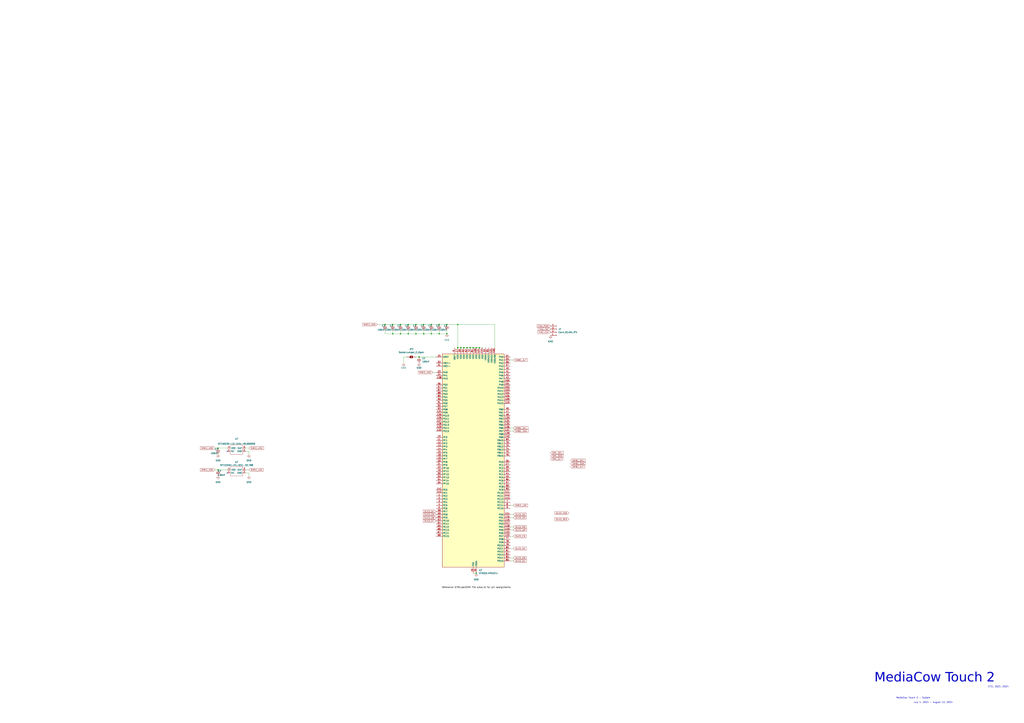
<source format=kicad_sch>
(kicad_sch (version 20231120) (generator "eeschema") (generator_version "8.0")
  (paper "A1")
  (lib_symbols
    (symbol "Connector:Conn_01x04_Pin" (pin_names (offset 1.016) hide)
      (property "Reference" "J" (at 0 5.08 0))
      (property "Value" "Conn_01x04_Pin" (at 0 -7.62 0))
      (symbol "Conn_01x04_Pin_1_1"
        (polyline (pts (xy 1.27 -5.08) (xy 0.8636 -5.08)) (stroke (width 0.1524)))
        (polyline (pts (xy 1.27 -2.54) (xy 0.8636 -2.54)) (stroke (width 0.1524)))
        (polyline (pts (xy 1.27 0) (xy 0.8636 0)) (stroke (width 0.1524)))
        (polyline (pts (xy 1.27 2.54) (xy 0.8636 2.54)) (stroke (width 0.1524)))
        (rectangle (start 0.8636 -4.953) (end 0 -5.207) (stroke (width 0.1524)) (fill (type outline)))
        (rectangle (start 0.8636 -2.413) (end 0 -2.667) (stroke (width 0.1524)) (fill (type outline)))
        (rectangle (start 0.8636 0.127) (end 0 -0.127) (stroke (width 0.1524)) (fill (type outline)))
        (rectangle (start 0.8636 2.667) (end 0 2.413) (stroke (width 0.1524)) (fill (type outline)))
        (pin passive line (at 5.08 2.54 180) (length 3.81) (name "Pin_1") (number "1"))
        (pin passive line (at 5.08 0 180) (length 3.81) (name "Pin_2") (number "2"))
        (pin passive line (at 5.08 -2.54 180) (length 3.81) (name "Pin_3") (number "3"))
        (pin passive line (at 5.08 -5.08 180) (length 3.81) (name "Pin_4") (number "4"))
      )
    )
    (symbol "Device:C_Small" (pin_numbers hide) (pin_names (offset 0.254) hide)
      (property "Reference" "C" (at 0.254 1.778 0))
      (property "Value" "C_Small" (at 0.254 -2.032 0))
      (symbol "C_Small_0_1"
        (polyline (pts (xy -1.524 -0.508) (xy 1.524 -0.508)) (stroke (width 0.3302)))
        (polyline (pts (xy -1.524 0.508) (xy 1.524 0.508)) (stroke (width 0.3048)))
      )
      (symbol "C_Small_1_1"
        (pin passive line (at 0 2.54 270) (length 2.032) (name "~") (number "1"))
        (pin passive line (at 0 -2.54 90) (length 2.032) (name "~") (number "2"))
      )
    )
    (symbol "Jumper:SolderJumper_2_Open" (pin_numbers hide) (pin_names (offset 0) hide) (exclude_from_sim yes) (in_bom no)
      (property "Reference" "JP" (at 0 2.032 0))
      (property "Value" "SolderJumper_2_Open" (at 0 -2.54 0))
      (symbol "SolderJumper_2_Open_0_1"
        (arc (start -0.254 1.016) (mid -1.2656 0) (end -0.254 -1.016))
        (arc (start -0.254 1.016) (mid -1.2656 0) (end -0.254 -1.016) (fill (type outline)))
        (polyline (pts (xy -0.254 1.016) (xy -0.254 -1.016)))
        (polyline (pts (xy 0.254 1.016) (xy 0.254 -1.016)))
        (arc (start 0.254 -1.016) (mid 1.2656 0) (end 0.254 1.016))
        (arc (start 0.254 -1.016) (mid 1.2656 0) (end 0.254 1.016) (fill (type outline)))
      )
      (symbol "SolderJumper_2_Open_1_1"
        (pin passive line (at -3.81 0 0) (length 2.54) (name "A") (number "1"))
        (pin passive line (at 3.81 0 180) (length 2.54) (name "B") (number "2"))
      )
    )
    (symbol "MCU_ST_STM32L4:STM32L4P5ZGTx"
      (property "Reference" "U" (at -25.4 90.17 0))
      (property "Value" "STM32L4P5ZGTx" (at 20.32 90.17 0))
      (symbol "STM32L4P5ZGTx_0_1"
        (rectangle (start -25.4 -86.36) (end 25.4 88.9) (stroke (width 0.254)) (fill (type background)))
      )
      (symbol "STM32L4P5ZGTx_1_1"
        (pin bidirectional line (at -30.48 -27.94 0) (length 5.08) (name "PE2") (number "1"))
        (pin bidirectional line (at -30.48 20.32 0) (length 5.08) (name "PF0") (number "10"))
        (pin bidirectional line (at 30.48 66.04 180) (length 5.08) (name "PA8") (number "100"))
        (pin bidirectional line (at 30.48 63.5 180) (length 5.08) (name "PA9") (number "101"))
        (pin bidirectional line (at 30.48 60.96 180) (length 5.08) (name "PA10") (number "102"))
        (pin bidirectional line (at 30.48 58.42 180) (length 5.08) (name "PA11") (number "103"))
        (pin bidirectional line (at 30.48 55.88 180) (length 5.08) (name "PA12") (number "104"))
        (pin bidirectional line (at 30.48 53.34 180) (length 5.08) (name "PA13") (number "105"))
        (pin power_in line (at 17.78 93.98 270) (length 5.08) (name "VDDUSB") (number "106"))
        (pin passive line (at 0 -91.44 90) (length 5.08) hide (name "VSS") (number "107"))
        (pin power_in line (at 2.54 93.98 270) (length 5.08) (name "VDD") (number "108"))
        (pin bidirectional line (at 30.48 50.8 180) (length 5.08) (name "PA14") (number "109"))
        (pin bidirectional line (at -30.48 17.78 0) (length 5.08) (name "PF1") (number "11"))
        (pin bidirectional line (at 30.48 48.26 180) (length 5.08) (name "PA15") (number "110"))
        (pin bidirectional line (at 30.48 -25.4 180) (length 5.08) (name "PC10") (number "111"))
        (pin bidirectional line (at 30.48 -27.94 180) (length 5.08) (name "PC11") (number "112"))
        (pin bidirectional line (at 30.48 -30.48 180) (length 5.08) (name "PC12") (number "113"))
        (pin bidirectional line (at 30.48 -43.18 180) (length 5.08) (name "PD0") (number "114"))
        (pin bidirectional line (at 30.48 -45.72 180) (length 5.08) (name "PD1") (number "115"))
        (pin bidirectional line (at 30.48 -48.26 180) (length 5.08) (name "PD2") (number "116"))
        (pin bidirectional line (at 30.48 -50.8 180) (length 5.08) (name "PD3") (number "117"))
        (pin bidirectional line (at 30.48 -53.34 180) (length 5.08) (name "PD4") (number "118"))
        (pin bidirectional line (at 30.48 -55.88 180) (length 5.08) (name "PD5") (number "119"))
        (pin bidirectional line (at -30.48 15.24 0) (length 5.08) (name "PF2") (number "12"))
        (pin passive line (at 0 -91.44 90) (length 5.08) hide (name "VSS") (number "120"))
        (pin power_in line (at 5.08 93.98 270) (length 5.08) (name "VDD") (number "121"))
        (pin bidirectional line (at 30.48 -58.42 180) (length 5.08) (name "PD6") (number "122"))
        (pin bidirectional line (at 30.48 -60.96 180) (length 5.08) (name "PD7") (number "123"))
        (pin bidirectional line (at -30.48 40.64 0) (length 5.08) (name "PG9") (number "124"))
        (pin bidirectional line (at -30.48 38.1 0) (length 5.08) (name "PG10") (number "125"))
        (pin bidirectional line (at -30.48 35.56 0) (length 5.08) (name "PG11") (number "126"))
        (pin bidirectional line (at -30.48 33.02 0) (length 5.08) (name "PG12") (number "127"))
        (pin bidirectional line (at -30.48 30.48 0) (length 5.08) (name "PG13") (number "128"))
        (pin bidirectional line (at -30.48 27.94 0) (length 5.08) (name "PG14") (number "129"))
        (pin bidirectional line (at -30.48 12.7 0) (length 5.08) (name "PF3") (number "13"))
        (pin passive line (at 0 -91.44 90) (length 5.08) hide (name "VSS") (number "130"))
        (pin power_in line (at 15.24 93.98 270) (length 5.08) (name "VDDIO2") (number "131"))
        (pin bidirectional line (at -30.48 25.4 0) (length 5.08) (name "PG15") (number "132"))
        (pin bidirectional line (at 30.48 35.56 180) (length 5.08) (name "PB3") (number "133"))
        (pin bidirectional line (at 30.48 33.02 180) (length 5.08) (name "PB4") (number "134"))
        (pin bidirectional line (at 30.48 30.48 180) (length 5.08) (name "PB5") (number "135"))
        (pin bidirectional line (at 30.48 27.94 180) (length 5.08) (name "PB6") (number "136"))
        (pin bidirectional line (at 30.48 25.4 180) (length 5.08) (name "PB7") (number "137"))
        (pin bidirectional line (at -30.48 68.58 0) (length 5.08) (name "PH3") (number "138"))
        (pin bidirectional line (at 30.48 22.86 180) (length 5.08) (name "PB8") (number "139"))
        (pin bidirectional line (at -30.48 10.16 0) (length 5.08) (name "PF4") (number "14"))
        (pin bidirectional line (at 30.48 20.32 180) (length 5.08) (name "PB9") (number "140"))
        (pin bidirectional line (at -30.48 -22.86 0) (length 5.08) (name "PE0") (number "141"))
        (pin bidirectional line (at -30.48 -25.4 0) (length 5.08) (name "PE1") (number "142"))
        (pin passive line (at 0 -91.44 90) (length 5.08) hide (name "VSS") (number "143"))
        (pin power_in line (at 7.62 93.98 270) (length 5.08) (name "VDD") (number "144"))
        (pin bidirectional line (at -30.48 7.62 0) (length 5.08) (name "PF5") (number "15"))
        (pin power_in line (at 0 -91.44 90) (length 5.08) (name "VSS") (number "16"))
        (pin power_in line (at -12.7 93.98 270) (length 5.08) (name "VDD") (number "17"))
        (pin bidirectional line (at -30.48 5.08 0) (length 5.08) (name "PF6") (number "18"))
        (pin bidirectional line (at -30.48 2.54 0) (length 5.08) (name "PF7") (number "19"))
        (pin bidirectional line (at -30.48 -30.48 0) (length 5.08) (name "PE3") (number "2"))
        (pin bidirectional line (at -30.48 0 0) (length 5.08) (name "PF8") (number "20"))
        (pin bidirectional line (at -30.48 -2.54 0) (length 5.08) (name "PF9") (number "21"))
        (pin bidirectional line (at -30.48 -5.08 0) (length 5.08) (name "PF10") (number "22"))
        (pin bidirectional line (at -30.48 73.66 0) (length 5.08) (name "PH0") (number "23"))
        (pin bidirectional line (at -30.48 71.12 0) (length 5.08) (name "PH1") (number "24"))
        (pin input line (at -30.48 86.36 0) (length 5.08) (name "NRST") (number "25"))
        (pin bidirectional line (at 30.48 0 180) (length 5.08) (name "PC0") (number "26"))
        (pin bidirectional line (at 30.48 -2.54 180) (length 5.08) (name "PC1") (number "27"))
        (pin bidirectional line (at 30.48 -5.08 180) (length 5.08) (name "PC2") (number "28"))
        (pin bidirectional line (at 30.48 -7.62 180) (length 5.08) (name "PC3") (number "29"))
        (pin bidirectional line (at -30.48 -33.02 0) (length 5.08) (name "PE4") (number "3"))
        (pin power_in line (at 2.54 -91.44 90) (length 5.08) (name "VSSA") (number "30"))
        (pin input line (at -30.48 78.74 0) (length 5.08) (name "VREF-") (number "31"))
        (pin input line (at -30.48 81.28 0) (length 5.08) (name "VREF+") (number "32"))
        (pin power_in line (at 10.16 93.98 270) (length 5.08) (name "VDDA") (number "33"))
        (pin bidirectional line (at 30.48 86.36 180) (length 5.08) (name "PA0") (number "34"))
        (pin bidirectional line (at 30.48 83.82 180) (length 5.08) (name "PA1") (number "35"))
        (pin bidirectional line (at 30.48 81.28 180) (length 5.08) (name "PA2") (number "36"))
        (pin bidirectional line (at 30.48 78.74 180) (length 5.08) (name "PA3") (number "37"))
        (pin passive line (at 0 -91.44 90) (length 5.08) hide (name "VSS") (number "38"))
        (pin power_in line (at -10.16 93.98 270) (length 5.08) (name "VDD") (number "39"))
        (pin bidirectional line (at -30.48 -35.56 0) (length 5.08) (name "PE5") (number "4"))
        (pin bidirectional line (at 30.48 76.2 180) (length 5.08) (name "PA4") (number "40"))
        (pin bidirectional line (at 30.48 73.66 180) (length 5.08) (name "PA5") (number "41"))
        (pin bidirectional line (at 30.48 71.12 180) (length 5.08) (name "PA6") (number "42"))
        (pin bidirectional line (at 30.48 68.58 180) (length 5.08) (name "PA7") (number "43"))
        (pin bidirectional line (at 30.48 -10.16 180) (length 5.08) (name "PC4") (number "44"))
        (pin bidirectional line (at 30.48 -12.7 180) (length 5.08) (name "PC5") (number "45"))
        (pin bidirectional line (at 30.48 43.18 180) (length 5.08) (name "PB0") (number "46"))
        (pin bidirectional line (at 30.48 40.64 180) (length 5.08) (name "PB1") (number "47"))
        (pin bidirectional line (at 30.48 38.1 180) (length 5.08) (name "PB2") (number "48"))
        (pin bidirectional line (at -30.48 -7.62 0) (length 5.08) (name "PF11") (number "49"))
        (pin bidirectional line (at -30.48 -38.1 0) (length 5.08) (name "PE6") (number "5"))
        (pin bidirectional line (at -30.48 -10.16 0) (length 5.08) (name "PF12") (number "50"))
        (pin passive line (at 0 -91.44 90) (length 5.08) hide (name "VSS") (number "51"))
        (pin power_in line (at -7.62 93.98 270) (length 5.08) (name "VDD") (number "52"))
        (pin bidirectional line (at -30.48 -12.7 0) (length 5.08) (name "PF13") (number "53"))
        (pin bidirectional line (at -30.48 -15.24 0) (length 5.08) (name "PF14") (number "54"))
        (pin bidirectional line (at -30.48 -17.78 0) (length 5.08) (name "PF15") (number "55"))
        (pin bidirectional line (at -30.48 63.5 0) (length 5.08) (name "PG0") (number "56"))
        (pin bidirectional line (at -30.48 60.96 0) (length 5.08) (name "PG1") (number "57"))
        (pin bidirectional line (at -30.48 -40.64 0) (length 5.08) (name "PE7") (number "58"))
        (pin bidirectional line (at -30.48 -43.18 0) (length 5.08) (name "PE8") (number "59"))
        (pin power_in line (at -15.24 93.98 270) (length 5.08) (name "VBAT") (number "6"))
        (pin bidirectional line (at -30.48 -45.72 0) (length 5.08) (name "PE9") (number "60"))
        (pin passive line (at 0 -91.44 90) (length 5.08) hide (name "VSS") (number "61"))
        (pin power_in line (at -5.08 93.98 270) (length 5.08) (name "VDD") (number "62"))
        (pin bidirectional line (at -30.48 -48.26 0) (length 5.08) (name "PE10") (number "63"))
        (pin bidirectional line (at -30.48 -50.8 0) (length 5.08) (name "PE11") (number "64"))
        (pin bidirectional line (at -30.48 -53.34 0) (length 5.08) (name "PE12") (number "65"))
        (pin bidirectional line (at -30.48 -55.88 0) (length 5.08) (name "PE13") (number "66"))
        (pin bidirectional line (at -30.48 -58.42 0) (length 5.08) (name "PE14") (number "67"))
        (pin bidirectional line (at -30.48 -60.96 0) (length 5.08) (name "PE15") (number "68"))
        (pin bidirectional line (at 30.48 17.78 180) (length 5.08) (name "PB10") (number "69"))
        (pin bidirectional line (at 30.48 -33.02 180) (length 5.08) (name "PC13") (number "7"))
        (pin bidirectional line (at 30.48 15.24 180) (length 5.08) (name "PB11") (number "70"))
        (pin passive line (at 0 -91.44 90) (length 5.08) hide (name "VSS") (number "71"))
        (pin power_in line (at -2.54 93.98 270) (length 5.08) (name "VDD") (number "72"))
        (pin bidirectional line (at 30.48 12.7 180) (length 5.08) (name "PB12") (number "73"))
        (pin bidirectional line (at 30.48 10.16 180) (length 5.08) (name "PB13") (number "74"))
        (pin bidirectional line (at 30.48 7.62 180) (length 5.08) (name "PB14") (number "75"))
        (pin bidirectional line (at 30.48 5.08 180) (length 5.08) (name "PB15") (number "76"))
        (pin bidirectional line (at 30.48 -63.5 180) (length 5.08) (name "PD8") (number "77"))
        (pin bidirectional line (at 30.48 -66.04 180) (length 5.08) (name "PD9") (number "78"))
        (pin bidirectional line (at 30.48 -68.58 180) (length 5.08) (name "PD10") (number "79"))
        (pin bidirectional line (at 30.48 -35.56 180) (length 5.08) (name "PC14") (number "8"))
        (pin bidirectional line (at 30.48 -71.12 180) (length 5.08) (name "PD11") (number "80"))
        (pin bidirectional line (at 30.48 -73.66 180) (length 5.08) (name "PD12") (number "81"))
        (pin bidirectional line (at 30.48 -76.2 180) (length 5.08) (name "PD13") (number "82"))
        (pin passive line (at 0 -91.44 90) (length 5.08) hide (name "VSS") (number "83"))
        (pin power_in line (at 0 93.98 270) (length 5.08) (name "VDD") (number "84"))
        (pin bidirectional line (at 30.48 -78.74 180) (length 5.08) (name "PD14") (number "85"))
        (pin bidirectional line (at 30.48 -81.28 180) (length 5.08) (name "PD15") (number "86"))
        (pin bidirectional line (at -30.48 58.42 0) (length 5.08) (name "PG2") (number "87"))
        (pin bidirectional line (at -30.48 55.88 0) (length 5.08) (name "PG3") (number "88"))
        (pin bidirectional line (at -30.48 53.34 0) (length 5.08) (name "PG4") (number "89"))
        (pin bidirectional line (at 30.48 -38.1 180) (length 5.08) (name "PC15") (number "9"))
        (pin bidirectional line (at -30.48 50.8 0) (length 5.08) (name "PG5") (number "90"))
        (pin bidirectional line (at -30.48 48.26 0) (length 5.08) (name "PG6") (number "91"))
        (pin bidirectional line (at -30.48 45.72 0) (length 5.08) (name "PG7") (number "92"))
        (pin bidirectional line (at -30.48 43.18 0) (length 5.08) (name "PG8") (number "93"))
        (pin passive line (at 0 -91.44 90) (length 5.08) hide (name "VSS") (number "94"))
        (pin power_in line (at 12.7 93.98 270) (length 5.08) (name "VDDIO2") (number "95"))
        (pin bidirectional line (at 30.48 -15.24 180) (length 5.08) (name "PC6") (number "96"))
        (pin bidirectional line (at 30.48 -17.78 180) (length 5.08) (name "PC7") (number "97"))
        (pin bidirectional line (at 30.48 -20.32 180) (length 5.08) (name "PC8") (number "98"))
        (pin bidirectional line (at 30.48 -22.86 180) (length 5.08) (name "PC9") (number "99"))
      )
    )
    (symbol "mediacow:SiT1533AI-H4-DCC-32.768"
      (property "Reference" "U" (at 0 0 0))
      (symbol "SiT1533AI-H4-DCC-32.768_0_1"
        (rectangle (start -5.08 3.81) (end 5.08 -3.81))
      )
      (symbol "SiT1533AI-H4-DCC-32.768_1_1"
        (pin unspecified line (at -7.62 -1.27 0) (length 2.54) (name "NC") (number "1"))
        (pin output line (at 7.62 -1.27 180) (length 2.54) (name "GND") (number "2"))
        (pin output line (at 7.62 1.27 180) (length 2.54) (name "OUT") (number "3"))
        (pin input line (at -7.62 1.27 0) (length 2.54) (name "VDD") (number "4"))
      )
    )
    (symbol "mediacow:SiT1602BI-13-XXN-48.000000"
      (property "Reference" "U" (at 0 0 0))
      (property "Value" "SiT1602BI-13-XXN-48.000000" (at 0 5.08 0))
      (symbol "SiT1602BI-13-XXN-48.000000_0_1"
        (rectangle (start -5.08 3.81) (end 5.08 -3.81))
      )
      (symbol "SiT1602BI-13-XXN-48.000000_1_1"
        (pin input line (at -7.62 -1.27 0) (length 2.54) (name "NC") (number "1"))
        (pin output line (at 7.62 -1.27 180) (length 2.54) (name "GND") (number "2"))
        (pin input line (at 7.62 1.27 180) (length 2.54) (name "OUT") (number "3"))
        (pin input line (at -7.62 1.27 0) (length 2.54) (name "VDD") (number "4"))
      )
    )
    (symbol "power:GND" (power) (pin_numbers hide) (pin_names (offset 0) hide)
      (property "Value" "GND" (at 0 -3.81 0))
      (symbol "GND_0_1"
        (polyline (pts (xy 0 0) (xy 0 -1.27) (xy 1.27 -1.27) (xy 0 -2.54) (xy -1.27 -1.27) (xy 0 -1.27)))
      )
      (symbol "GND_1_1"
        (pin power_in line (at 0 0 270) (length 0) (name "~") (number "1"))
      )
    )
  )
  (junction (at 344.17 293.37))
  (junction (at 367.03 266.7))
  (junction (at 391.16 285.75))
  (junction (at 383.54 285.75))
  (junction (at 328.93 274.32))
  (junction (at 341.63 266.7))
  (junction (at 179.07 386.08))
  (junction (at 381 285.75))
  (junction (at 322.58 274.32))
  (junction (at 354.33 274.32))
  (junction (at 179.07 368.3))
  (junction (at 360.68 266.7))
  (junction (at 328.93 266.7))
  (junction (at 378.46 285.75))
  (junction (at 386.08 285.75))
  (junction (at 316.23 266.7))
  (junction (at 393.7 285.75))
  (junction (at 354.33 266.7))
  (junction (at 341.63 274.32))
  (junction (at 375.92 266.7))
  (junction (at 335.28 274.32))
  (junction (at 375.92 285.75))
  (junction (at 335.28 266.7))
  (junction (at 360.68 274.32))
  (junction (at 347.98 266.7))
  (junction (at 388.62 285.75))
  (junction (at 367.03 274.32))
  (junction (at 347.98 274.32))
  (junction (at 391.16 471.17))
  (junction (at 322.58 266.7))
  (no_connect (at 186.69 388.62))
  (no_connect (at 186.69 370.84))
  (wire (pts (xy 421.64 435.61) (xy 419.1 435.61)))
  (wire (pts (xy 341.63 274.32) (xy 347.98 274.32)))
  (wire (pts (xy 316.23 274.32) (xy 316.23 271.78)))
  (wire (pts (xy 421.64 295.91) (xy 419.1 295.91)))
  (wire (pts (xy 378.46 285.75) (xy 381 285.75)))
  (wire (pts (xy 421.64 433.07) (xy 419.1 433.07)))
  (wire (pts (xy 360.68 274.32) (xy 360.68 271.78)))
  (wire (pts (xy 367.03 266.7) (xy 375.92 266.7)))
  (wire (pts (xy 204.47 388.62) (xy 204.47 391.16)))
  (wire (pts (xy 386.08 285.75) (xy 388.62 285.75)))
  (wire (pts (xy 383.54 285.75) (xy 386.08 285.75)))
  (wire (pts (xy 328.93 274.32) (xy 328.93 271.78)))
  (wire (pts (xy 406.4 266.7) (xy 375.92 266.7)))
  (wire (pts (xy 375.92 285.75) (xy 378.46 285.75)))
  (wire (pts (xy 179.07 368.3) (xy 186.69 368.3)))
  (wire (pts (xy 347.98 274.32) (xy 354.33 274.32)))
  (wire (pts (xy 204.47 370.84) (xy 201.93 370.84)))
  (wire (pts (xy 381 285.75) (xy 383.54 285.75)))
  (wire (pts (xy 316.23 266.7) (xy 322.58 266.7)))
  (wire (pts (xy 204.47 368.3) (xy 201.93 368.3)))
  (wire (pts (xy 341.63 293.37) (xy 344.17 293.37)))
  (wire (pts (xy 179.07 386.08) (xy 176.53 386.08)))
  (wire (pts (xy 331.47 293.37) (xy 331.47 298.45)))
  (wire (pts (xy 335.28 274.32) (xy 335.28 271.78)))
  (wire (pts (xy 393.7 285.75) (xy 396.24 285.75)))
  (wire (pts (xy 421.64 440.69) (xy 419.1 440.69)))
  (wire (pts (xy 421.64 422.91) (xy 419.1 422.91)))
  (wire (pts (xy 204.47 386.08) (xy 201.93 386.08)))
  (wire (pts (xy 421.64 351.79) (xy 419.1 351.79)))
  (wire (pts (xy 328.93 274.32) (xy 335.28 274.32)))
  (wire (pts (xy 204.47 370.84) (xy 204.47 373.38)))
  (wire (pts (xy 421.64 458.47) (xy 419.1 458.47)))
  (wire (pts (xy 344.17 293.37) (xy 358.14 293.37)))
  (wire (pts (xy 322.58 274.32) (xy 322.58 271.78)))
  (wire (pts (xy 391.16 285.75) (xy 393.7 285.75)))
  (wire (pts (xy 309.88 266.7) (xy 316.23 266.7)))
  (wire (pts (xy 331.47 293.37) (xy 334.01 293.37)))
  (wire (pts (xy 367.03 274.32) (xy 360.68 274.32)))
  (wire (pts (xy 176.53 368.3) (xy 179.07 368.3)))
  (wire (pts (xy 421.64 450.85) (xy 419.1 450.85)))
  (wire (pts (xy 347.98 266.7) (xy 354.33 266.7)))
  (wire (pts (xy 322.58 274.32) (xy 328.93 274.32)))
  (wire (pts (xy 388.62 285.75) (xy 391.16 285.75)))
  (wire (pts (xy 367.03 271.78) (xy 367.03 274.32)))
  (wire (pts (xy 186.69 386.08) (xy 179.07 386.08)))
  (wire (pts (xy 335.28 274.32) (xy 341.63 274.32)))
  (wire (pts (xy 388.62 471.17) (xy 391.16 471.17)))
  (wire (pts (xy 360.68 266.7) (xy 367.03 266.7)))
  (wire (pts (xy 328.93 266.7) (xy 335.28 266.7)))
  (wire (pts (xy 335.28 266.7) (xy 341.63 266.7)))
  (wire (pts (xy 406.4 285.75) (xy 406.4 266.7)))
  (wire (pts (xy 421.64 425.45) (xy 419.1 425.45)))
  (wire (pts (xy 341.63 266.7) (xy 347.98 266.7)))
  (wire (pts (xy 354.33 266.7) (xy 360.68 266.7)))
  (wire (pts (xy 322.58 266.7) (xy 328.93 266.7)))
  (wire (pts (xy 341.63 274.32) (xy 341.63 271.78)))
  (wire (pts (xy 355.6 306.07) (xy 358.14 306.07)))
  (wire (pts (xy 375.92 266.7) (xy 375.92 285.75)))
  (wire (pts (xy 347.98 274.32) (xy 347.98 271.78)))
  (wire (pts (xy 421.64 354.33) (xy 419.1 354.33)))
  (wire (pts (xy 316.23 274.32) (xy 322.58 274.32)))
  (wire (pts (xy 354.33 274.32) (xy 354.33 271.78)))
  (wire (pts (xy 204.47 388.62) (xy 201.93 388.62)))
  (wire (pts (xy 421.64 415.29) (xy 419.1 415.29)))
  (wire (pts (xy 354.33 274.32) (xy 360.68 274.32)))
  (wire (pts (xy 421.64 461.01) (xy 419.1 461.01)))
  (text "MediaCow Touch 2" (at 767.588 559.054 0) (effects (font (size 7.62 7.62))))
  (text "July 4, 2024 - August 13, 2024" (at 766.318 577.342 0) (effects (font (size 1.27 1.27))))
  (text "Reference STMCube32MX file smec.io for pin assignments" (at 391.16 482.854 0) (effects (font (size 1.27 1.27))))
  (text "MediaCow Touch 2 - System" (at 750.062 573.532 0) (effects (font (size 1.27 1.27))))
  (text "CTCL 2021-2024" (at 819.912 564.388 0) (effects (font (size 1.27 1.27))))
  (global_label "SMB1_ALT" (shape input) (at 468.63 383.54 0) (property "Intersheetrefs" "${INTERSHEET_REFS}" (effects (hide yes))))
  (global_label "SMEC_VDD" (shape input) (at 176.53 368.3 180) (property "Intersheetrefs" "${INTERSHEET_REFS}" (effects (hide yes))))
  (global_label "SMB1_SDA" (shape input) (at 421.64 354.33 0) (property "Intersheetrefs" "${INTERSHEET_REFS}" (effects (hide yes))))
  (global_label "OLED_D2" (shape input) (at 421.64 422.91 0) (property "Intersheetrefs" "${INTERSHEET_REFS}" (effects (hide yes))))
  (global_label "OLED_D7" (shape input) (at 358.14 427.99 180) (property "Intersheetrefs" "${INTERSHEET_REFS}" (effects (hide yes))))
  (global_label "OLED_D5" (shape input) (at 358.14 422.91 180) (property "Intersheetrefs" "${INTERSHEET_REFS}" (effects (hide yes))))
  (global_label "SMEC_HSE" (shape input) (at 355.6 306.07 180) (property "Intersheetrefs" "${INTERSHEET_REFS}" (effects (hide yes))))
  (global_label "SMB1_SCL" (shape input) (at 421.64 351.79 0) (property "Intersheetrefs" "${INTERSHEET_REFS}" (effects (hide yes))))
  (global_label "OLED_D3" (shape input) (at 421.64 425.45 0) (property "Intersheetrefs" "${INTERSHEET_REFS}" (effects (hide yes))))
  (global_label "SML_SCL" (shape input) (at 452.12 372.11 0) (property "Intersheetrefs" "${INTERSHEET_REFS}" (effects (hide yes))))
  (global_label "FAN_TAC" (shape input) (at 452.12 270.51 180) (property "Intersheetrefs" "${INTERSHEET_REFS}" (effects (hide yes))))
  (global_label "SMB1_SDA" (shape input) (at 468.63 381 0) (property "Intersheetrefs" "${INTERSHEET_REFS}" (effects (hide yes))))
  (global_label "SMEC_VDD" (shape input) (at 309.88 266.7 180) (property "Intersheetrefs" "${INTERSHEET_REFS}" (effects (hide yes))))
  (global_label "OLED_D1" (shape input) (at 421.64 461.01 0) (property "Intersheetrefs" "${INTERSHEET_REFS}" (effects (hide yes))))
  (global_label "SMEC_LSE" (shape input) (at 421.64 415.29 0) (property "Intersheetrefs" "${INTERSHEET_REFS}" (effects (hide yes))))
  (global_label "SMEC_VDD" (shape input) (at 176.53 386.08 180) (property "Intersheetrefs" "${INTERSHEET_REFS}" (effects (hide yes))))
  (global_label "OLED_VDD" (shape input) (at 467.36 421.64 180) (property "Intersheetrefs" "${INTERSHEET_REFS}" (effects (hide yes))))
  (global_label "SMEC_LSE" (shape input) (at 204.47 386.08 0) (property "Intersheetrefs" "${INTERSHEET_REFS}" (effects (hide yes))))
  (global_label "OLED_WR" (shape input) (at 421.64 435.61 0) (property "Intersheetrefs" "${INTERSHEET_REFS}" (effects (hide yes))))
  (global_label "OLED_RD" (shape input) (at 421.64 433.07 0) (property "Intersheetrefs" "${INTERSHEET_REFS}" (effects (hide yes))))
  (global_label "SMEC_HSE" (shape input) (at 204.47 368.3 0) (property "Intersheetrefs" "${INTERSHEET_REFS}" (effects (hide yes))))
  (global_label "FAN_12V" (shape input) (at 452.12 273.05 180) (property "Intersheetrefs" "${INTERSHEET_REFS}" (effects (hide yes))))
  (global_label "FAN_PWM" (shape input) (at 452.12 267.97 180) (property "Intersheetrefs" "${INTERSHEET_REFS}" (effects (hide yes))))
  (global_label "OLED_RES" (shape input) (at 467.36 426.72 180) (property "Intersheetrefs" "${INTERSHEET_REFS}" (effects (hide yes))))
  (global_label "OLED_D0" (shape input) (at 421.64 458.47 0) (property "Intersheetrefs" "${INTERSHEET_REFS}" (effects (hide yes))))
  (global_label "OLED_CS" (shape input) (at 421.64 440.69 0) (property "Intersheetrefs" "${INTERSHEET_REFS}" (effects (hide yes))))
  (global_label "SML_ALT" (shape input) (at 452.12 377.19 0) (property "Intersheetrefs" "${INTERSHEET_REFS}" (effects (hide yes))))
  (global_label "SMB1_ALT" (shape input) (at 421.64 295.91 0) (property "Intersheetrefs" "${INTERSHEET_REFS}" (effects (hide yes))))
  (global_label "OLED_D6" (shape input) (at 358.14 425.45 180) (property "Intersheetrefs" "${INTERSHEET_REFS}" (effects (hide yes))))
  (global_label "OLED_DC" (shape input) (at 421.64 450.85 0) (property "Intersheetrefs" "${INTERSHEET_REFS}" (effects (hide yes))))
  (global_label "OLED_D4" (shape input) (at 358.14 420.37 180) (property "Intersheetrefs" "${INTERSHEET_REFS}" (effects (hide yes))))
  (global_label "SML_SDA" (shape input) (at 452.12 374.65 0) (property "Intersheetrefs" "${INTERSHEET_REFS}" (effects (hide yes))))
  (global_label "SMB1_SCL" (shape input) (at 468.63 378.46 0) (property "Intersheetrefs" "${INTERSHEET_REFS}" (effects (hide yes))))
  (symbol (lib_id "power:GND") (at 391.16 471.17 0) (unit 1)
    (property "Reference" "#PWR071" (effects (hide yes)))
    (property "Value" "GND" (at 391.16 476.25 0))
    (property "Description" "Power symbol creates a global label with name \"GND\" , ground" (effects (hide yes)))
  )
  (symbol (lib_id "power:GND") (at 331.47 298.45 0) (unit 1)
    (property "Reference" "#PWR0181" (effects (hide yes)))
    (property "Value" "GND" (at 331.47 302.26 0))
    (property "Description" "Power symbol creates a global label with name \"GND\" , ground" (effects (hide yes)))
  )
  (symbol (lib_id "mediacow:SiT1533AI-H4-DCC-32.768") (at 194.31 387.35 0) (unit 1)
    (property "Reference" "U?" (at 194.31 379.73 0))
    (property "Value" "SiT1533AI-H4-DCC-32.768" (at 194.31 382.27 0))
  )
  (symbol (lib_id "Device:C_Small") (at 328.93 269.24 0) (unit 1)
    (property "Reference" "C?" (at 326.39 267.716 0) (effects (justify left)))
    (property "Value" "100nF" (at 322.834 271.018 0) (effects (justify left)))
    (property "Description" "Unpolarized capacitor, small symbol" (effects (hide yes)))
  )
  (symbol (lib_id "Device:C_Small") (at 354.33 269.24 0) (unit 1)
    (property "Reference" "C?" (at 351.79 267.716 0) (effects (justify left)))
    (property "Value" "100nF" (at 348.234 271.018 0) (effects (justify left)))
    (property "Description" "Unpolarized capacitor, small symbol" (effects (hide yes)))
  )
  (symbol (lib_id "MCU_ST_STM32L4:STM32L4P5ZGTx") (at 388.62 379.73 0) (unit 1)
    (property "Reference" "U?" (at 393.3541 468.63 0) (effects (justify left)))
    (property "Value" "STM32L4P5ZGTx" (at 393.3541 471.17 0) (effects (justify left)))
    (property "Footprint" "Package_QFP:LQFP-144_20x20mm_P0.5mm" (effects (hide yes)))
    (property "Datasheet" "https://www.st.com/resource/en/datasheet/stm32l4p5zg.pdf" (effects (hide yes)))
    (property "Description" "STMicroelectronics Arm Cortex-M4 MCU, 1024KB flash, 320KB RAM, 120 MHz, 1.71-3.6V, 115 GPIO, LQFP144" (effects (hide yes)))
  )
  (symbol (lib_id "Device:C_Small") (at 347.98 269.24 0) (unit 1)
    (property "Reference" "C?" (at 345.44 267.716 0) (effects (justify left)))
    (property "Value" "100nF" (at 341.884 271.018 0) (effects (justify left)))
    (property "Description" "Unpolarized capacitor, small symbol" (effects (hide yes)))
  )
  (symbol (lib_id "power:GND") (at 179.07 391.16 0) (mirror y) (unit 1)
    (property "Reference" "#PWR0124" (effects (hide yes)))
    (property "Value" "GND" (at 179.07 396.24 0))
    (property "Description" "Power symbol creates a global label with name \"GND\" , ground" (effects (hide yes)))
  )
  (symbol (lib_id "Device:C_Small") (at 341.63 269.24 0) (unit 1)
    (property "Reference" "C?" (at 339.09 267.716 0) (effects (justify left)))
    (property "Value" "100nF" (at 335.534 271.018 0) (effects (justify left)))
    (property "Description" "Unpolarized capacitor, small symbol" (effects (hide yes)))
  )
  (symbol (lib_id "power:GND") (at 367.03 274.32 0) (unit 1)
    (property "Reference" "#PWR0176" (effects (hide yes)))
    (property "Value" "GND" (at 367.03 279.4 0))
    (property "Description" "Power symbol creates a global label with name \"GND\" , ground" (effects (hide yes)))
  )
  (symbol (lib_id "power:GND") (at 344.17 298.45 0) (unit 1)
    (property "Reference" "#PWR0177" (effects (hide yes)))
    (property "Value" "GND" (at 344.17 302.26 0))
    (property "Description" "Power symbol creates a global label with name \"GND\" , ground" (effects (hide yes)))
  )
  (symbol (lib_id "Jumper:SolderJumper_2_Open") (at 337.82 293.37 0) (unit 1) (exclude_from_sim yes) (in_bom no)
    (property "Reference" "JP?" (at 337.82 287.02 0))
    (property "Value" "SolderJumper_2_Open" (at 337.82 289.56 0))
    (property "Description" "Solder Jumper, 2-pole, open" (effects (hide yes)))
  )
  (symbol (lib_id "power:GND") (at 204.47 391.16 0) (unit 1)
    (property "Reference" "#PWR0178" (effects (hide yes)))
    (property "Value" "GND" (at 204.47 396.24 0))
    (property "Description" "Power symbol creates a global label with name \"GND\" , ground" (effects (hide yes)))
  )
  (symbol (lib_id "Device:C_Small") (at 335.28 269.24 0) (unit 1)
    (property "Reference" "C?" (at 332.74 267.716 0) (effects (justify left)))
    (property "Value" "100nF" (at 329.184 271.018 0) (effects (justify left)))
    (property "Description" "Unpolarized capacitor, small symbol" (effects (hide yes)))
  )
  (symbol (lib_id "Device:C_Small") (at 179.07 370.84 0) (unit 1)
    (property "Reference" "C?" (at 176.53 369.316 0) (effects (justify left)))
    (property "Value" "100nF" (at 172.974 372.618 0) (effects (justify left)))
    (property "Description" "Unpolarized capacitor, small symbol" (effects (hide yes)))
  )
  (symbol (lib_id "power:GND") (at 452.12 275.59 0) (unit 1)
    (property "Reference" "#PWR021" (effects (hide yes)))
    (property "Value" "GND" (at 452.12 280.67 0))
    (property "Description" "Power symbol creates a global label with name \"GND\" , ground" (effects (hide yes)))
  )
  (symbol (lib_id "Device:C_Small") (at 360.68 269.24 0) (unit 1)
    (property "Reference" "C?" (at 358.14 267.716 0) (effects (justify left)))
    (property "Value" "100nF" (at 354.584 271.018 0) (effects (justify left)))
    (property "Description" "Unpolarized capacitor, small symbol" (effects (hide yes)))
  )
  (symbol (lib_id "Device:C_Small") (at 316.23 269.24 0) (unit 1)
    (property "Reference" "C?" (at 313.69 267.716 0) (effects (justify left)))
    (property "Value" "100nF" (at 310.134 271.018 0) (effects (justify left)))
    (property "Description" "Unpolarized capacitor, small symbol" (effects (hide yes)))
  )
  (symbol (lib_id "Device:C_Small") (at 344.17 295.91 0) (unit 1)
    (property "Reference" "C?" (at 346.71 294.6462 0) (effects (justify left)))
    (property "Value" "100nF" (at 346.71 297.1862 0) (effects (justify left)))
    (property "Description" "Unpolarized capacitor, small symbol" (effects (hide yes)))
  )
  (symbol (lib_id "power:GND") (at 204.47 373.38 0) (unit 1)
    (property "Reference" "#PWR0122" (effects (hide yes)))
    (property "Value" "GND" (at 204.47 378.46 0))
    (property "Description" "Power symbol creates a global label with name \"GND\" , ground" (effects (hide yes)))
  )
  (symbol (lib_id "Device:C_Small") (at 179.07 388.62 0) (mirror y) (unit 1)
    (property "Reference" "C?" (at 181.61 387.096 0) (effects (justify left)))
    (property "Value" "100nF" (at 185.166 390.398 0) (effects (justify left)))
    (property "Description" "Unpolarized capacitor, small symbol" (effects (hide yes)))
  )
  (symbol (lib_id "mediacow:SiT1602BI-13-XXN-48.000000") (at 194.31 369.57 0) (unit 1)
    (property "Reference" "U?" (at 194.31 360.68 0))
    (property "Value" "SiT1602BI-13-XXN-48.000000" (at 194.31 364.744 0))
  )
  (symbol (lib_id "Connector:Conn_01x04_Pin") (at 457.2 273.05 180) (unit 1)
    (property "Reference" "J?" (at 458.47 270.5099 0) (effects (justify right)))
    (property "Value" "Conn_01x04_Pin" (at 458.47 273.0499 0) (effects (justify right)))
    (property "Footprint" "Connector:FanPinHeader_1x04_P2.54mm_Vertical" (effects (hide yes)))
    (property "Description" "Generic connector, single row, 01x04, script generated" (effects (hide yes)))
  )
  (symbol (lib_id "Device:C_Small") (at 322.58 269.24 0) (unit 1)
    (property "Reference" "C?" (at 320.04 267.716 0) (effects (justify left)))
    (property "Value" "100nF" (at 316.484 271.018 0) (effects (justify left)))
    (property "Description" "Unpolarized capacitor, small symbol" (effects (hide yes)))
  )
  (symbol (lib_id "power:GND") (at 179.07 373.38 0) (unit 1)
    (property "Reference" "#PWR0123" (effects (hide yes)))
    (property "Value" "GND" (at 179.07 378.46 0))
    (property "Description" "Power symbol creates a global label with name \"GND\" , ground" (effects (hide yes)))
  )
  (symbol (lib_id "Device:C_Small") (at 367.03 269.24 0) (unit 1)
    (property "Reference" "C?" (at 364.49 267.716 0) (effects (justify left)))
    (property "Value" "100nF" (at 360.934 271.018 0) (effects (justify left)))
    (property "Description" "Unpolarized capacitor, small symbol" (effects (hide yes)))
  )
)
</source>
